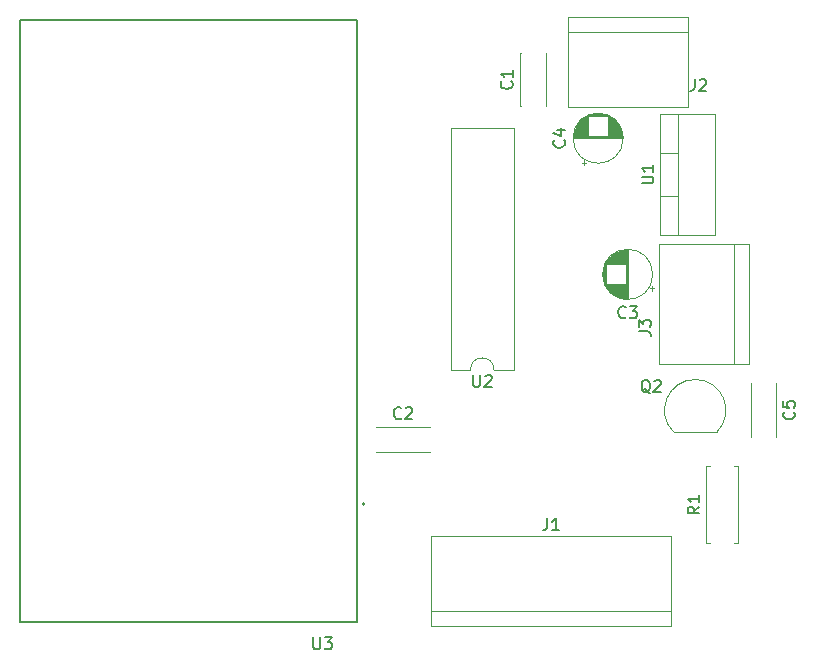
<source format=gbr>
%TF.GenerationSoftware,KiCad,Pcbnew,8.0.4*%
%TF.CreationDate,2024-09-08T20:37:16-05:00*%
%TF.ProjectId,rtt_version_final,7274745f-7665-4727-9369-6f6e5f66696e,rev?*%
%TF.SameCoordinates,Original*%
%TF.FileFunction,Legend,Top*%
%TF.FilePolarity,Positive*%
%FSLAX46Y46*%
G04 Gerber Fmt 4.6, Leading zero omitted, Abs format (unit mm)*
G04 Created by KiCad (PCBNEW 8.0.4) date 2024-09-08 20:37:16*
%MOMM*%
%LPD*%
G01*
G04 APERTURE LIST*
%ADD10C,0.150000*%
%ADD11C,0.120000*%
%ADD12C,0.127000*%
%ADD13C,0.200000*%
G04 APERTURE END LIST*
D10*
X155454819Y-76833333D02*
X156169104Y-76833333D01*
X156169104Y-76833333D02*
X156311961Y-76880952D01*
X156311961Y-76880952D02*
X156407200Y-76976190D01*
X156407200Y-76976190D02*
X156454819Y-77119047D01*
X156454819Y-77119047D02*
X156454819Y-77214285D01*
X155454819Y-76452380D02*
X155454819Y-75833333D01*
X155454819Y-75833333D02*
X155835771Y-76166666D01*
X155835771Y-76166666D02*
X155835771Y-76023809D01*
X155835771Y-76023809D02*
X155883390Y-75928571D01*
X155883390Y-75928571D02*
X155931009Y-75880952D01*
X155931009Y-75880952D02*
X156026247Y-75833333D01*
X156026247Y-75833333D02*
X156264342Y-75833333D01*
X156264342Y-75833333D02*
X156359580Y-75880952D01*
X156359580Y-75880952D02*
X156407200Y-75928571D01*
X156407200Y-75928571D02*
X156454819Y-76023809D01*
X156454819Y-76023809D02*
X156454819Y-76309523D01*
X156454819Y-76309523D02*
X156407200Y-76404761D01*
X156407200Y-76404761D02*
X156359580Y-76452380D01*
X149109580Y-60639266D02*
X149157200Y-60686885D01*
X149157200Y-60686885D02*
X149204819Y-60829742D01*
X149204819Y-60829742D02*
X149204819Y-60924980D01*
X149204819Y-60924980D02*
X149157200Y-61067837D01*
X149157200Y-61067837D02*
X149061961Y-61163075D01*
X149061961Y-61163075D02*
X148966723Y-61210694D01*
X148966723Y-61210694D02*
X148776247Y-61258313D01*
X148776247Y-61258313D02*
X148633390Y-61258313D01*
X148633390Y-61258313D02*
X148442914Y-61210694D01*
X148442914Y-61210694D02*
X148347676Y-61163075D01*
X148347676Y-61163075D02*
X148252438Y-61067837D01*
X148252438Y-61067837D02*
X148204819Y-60924980D01*
X148204819Y-60924980D02*
X148204819Y-60829742D01*
X148204819Y-60829742D02*
X148252438Y-60686885D01*
X148252438Y-60686885D02*
X148300057Y-60639266D01*
X148538152Y-59782123D02*
X149204819Y-59782123D01*
X148157200Y-60020218D02*
X148871485Y-60258313D01*
X148871485Y-60258313D02*
X148871485Y-59639266D01*
X147686666Y-92654819D02*
X147686666Y-93369104D01*
X147686666Y-93369104D02*
X147639047Y-93511961D01*
X147639047Y-93511961D02*
X147543809Y-93607200D01*
X147543809Y-93607200D02*
X147400952Y-93654819D01*
X147400952Y-93654819D02*
X147305714Y-93654819D01*
X148686666Y-93654819D02*
X148115238Y-93654819D01*
X148400952Y-93654819D02*
X148400952Y-92654819D01*
X148400952Y-92654819D02*
X148305714Y-92797676D01*
X148305714Y-92797676D02*
X148210476Y-92892914D01*
X148210476Y-92892914D02*
X148115238Y-92940533D01*
X154333333Y-75609580D02*
X154285714Y-75657200D01*
X154285714Y-75657200D02*
X154142857Y-75704819D01*
X154142857Y-75704819D02*
X154047619Y-75704819D01*
X154047619Y-75704819D02*
X153904762Y-75657200D01*
X153904762Y-75657200D02*
X153809524Y-75561961D01*
X153809524Y-75561961D02*
X153761905Y-75466723D01*
X153761905Y-75466723D02*
X153714286Y-75276247D01*
X153714286Y-75276247D02*
X153714286Y-75133390D01*
X153714286Y-75133390D02*
X153761905Y-74942914D01*
X153761905Y-74942914D02*
X153809524Y-74847676D01*
X153809524Y-74847676D02*
X153904762Y-74752438D01*
X153904762Y-74752438D02*
X154047619Y-74704819D01*
X154047619Y-74704819D02*
X154142857Y-74704819D01*
X154142857Y-74704819D02*
X154285714Y-74752438D01*
X154285714Y-74752438D02*
X154333333Y-74800057D01*
X154666667Y-74704819D02*
X155285714Y-74704819D01*
X155285714Y-74704819D02*
X154952381Y-75085771D01*
X154952381Y-75085771D02*
X155095238Y-75085771D01*
X155095238Y-75085771D02*
X155190476Y-75133390D01*
X155190476Y-75133390D02*
X155238095Y-75181009D01*
X155238095Y-75181009D02*
X155285714Y-75276247D01*
X155285714Y-75276247D02*
X155285714Y-75514342D01*
X155285714Y-75514342D02*
X155238095Y-75609580D01*
X155238095Y-75609580D02*
X155190476Y-75657200D01*
X155190476Y-75657200D02*
X155095238Y-75704819D01*
X155095238Y-75704819D02*
X154809524Y-75704819D01*
X154809524Y-75704819D02*
X154714286Y-75657200D01*
X154714286Y-75657200D02*
X154666667Y-75609580D01*
X135333333Y-84159580D02*
X135285714Y-84207200D01*
X135285714Y-84207200D02*
X135142857Y-84254819D01*
X135142857Y-84254819D02*
X135047619Y-84254819D01*
X135047619Y-84254819D02*
X134904762Y-84207200D01*
X134904762Y-84207200D02*
X134809524Y-84111961D01*
X134809524Y-84111961D02*
X134761905Y-84016723D01*
X134761905Y-84016723D02*
X134714286Y-83826247D01*
X134714286Y-83826247D02*
X134714286Y-83683390D01*
X134714286Y-83683390D02*
X134761905Y-83492914D01*
X134761905Y-83492914D02*
X134809524Y-83397676D01*
X134809524Y-83397676D02*
X134904762Y-83302438D01*
X134904762Y-83302438D02*
X135047619Y-83254819D01*
X135047619Y-83254819D02*
X135142857Y-83254819D01*
X135142857Y-83254819D02*
X135285714Y-83302438D01*
X135285714Y-83302438D02*
X135333333Y-83350057D01*
X135714286Y-83350057D02*
X135761905Y-83302438D01*
X135761905Y-83302438D02*
X135857143Y-83254819D01*
X135857143Y-83254819D02*
X136095238Y-83254819D01*
X136095238Y-83254819D02*
X136190476Y-83302438D01*
X136190476Y-83302438D02*
X136238095Y-83350057D01*
X136238095Y-83350057D02*
X136285714Y-83445295D01*
X136285714Y-83445295D02*
X136285714Y-83540533D01*
X136285714Y-83540533D02*
X136238095Y-83683390D01*
X136238095Y-83683390D02*
X135666667Y-84254819D01*
X135666667Y-84254819D02*
X136285714Y-84254819D01*
X144659580Y-55666666D02*
X144707200Y-55714285D01*
X144707200Y-55714285D02*
X144754819Y-55857142D01*
X144754819Y-55857142D02*
X144754819Y-55952380D01*
X144754819Y-55952380D02*
X144707200Y-56095237D01*
X144707200Y-56095237D02*
X144611961Y-56190475D01*
X144611961Y-56190475D02*
X144516723Y-56238094D01*
X144516723Y-56238094D02*
X144326247Y-56285713D01*
X144326247Y-56285713D02*
X144183390Y-56285713D01*
X144183390Y-56285713D02*
X143992914Y-56238094D01*
X143992914Y-56238094D02*
X143897676Y-56190475D01*
X143897676Y-56190475D02*
X143802438Y-56095237D01*
X143802438Y-56095237D02*
X143754819Y-55952380D01*
X143754819Y-55952380D02*
X143754819Y-55857142D01*
X143754819Y-55857142D02*
X143802438Y-55714285D01*
X143802438Y-55714285D02*
X143850057Y-55666666D01*
X144754819Y-54714285D02*
X144754819Y-55285713D01*
X144754819Y-54999999D02*
X143754819Y-54999999D01*
X143754819Y-54999999D02*
X143897676Y-55095237D01*
X143897676Y-55095237D02*
X143992914Y-55190475D01*
X143992914Y-55190475D02*
X144040533Y-55285713D01*
X155684819Y-64301904D02*
X156494342Y-64301904D01*
X156494342Y-64301904D02*
X156589580Y-64254285D01*
X156589580Y-64254285D02*
X156637200Y-64206666D01*
X156637200Y-64206666D02*
X156684819Y-64111428D01*
X156684819Y-64111428D02*
X156684819Y-63920952D01*
X156684819Y-63920952D02*
X156637200Y-63825714D01*
X156637200Y-63825714D02*
X156589580Y-63778095D01*
X156589580Y-63778095D02*
X156494342Y-63730476D01*
X156494342Y-63730476D02*
X155684819Y-63730476D01*
X156684819Y-62730476D02*
X156684819Y-63301904D01*
X156684819Y-63016190D02*
X155684819Y-63016190D01*
X155684819Y-63016190D02*
X155827676Y-63111428D01*
X155827676Y-63111428D02*
X155922914Y-63206666D01*
X155922914Y-63206666D02*
X155970533Y-63301904D01*
X141428095Y-80524819D02*
X141428095Y-81334342D01*
X141428095Y-81334342D02*
X141475714Y-81429580D01*
X141475714Y-81429580D02*
X141523333Y-81477200D01*
X141523333Y-81477200D02*
X141618571Y-81524819D01*
X141618571Y-81524819D02*
X141809047Y-81524819D01*
X141809047Y-81524819D02*
X141904285Y-81477200D01*
X141904285Y-81477200D02*
X141951904Y-81429580D01*
X141951904Y-81429580D02*
X141999523Y-81334342D01*
X141999523Y-81334342D02*
X141999523Y-80524819D01*
X142428095Y-80620057D02*
X142475714Y-80572438D01*
X142475714Y-80572438D02*
X142570952Y-80524819D01*
X142570952Y-80524819D02*
X142809047Y-80524819D01*
X142809047Y-80524819D02*
X142904285Y-80572438D01*
X142904285Y-80572438D02*
X142951904Y-80620057D01*
X142951904Y-80620057D02*
X142999523Y-80715295D01*
X142999523Y-80715295D02*
X142999523Y-80810533D01*
X142999523Y-80810533D02*
X142951904Y-80953390D01*
X142951904Y-80953390D02*
X142380476Y-81524819D01*
X142380476Y-81524819D02*
X142999523Y-81524819D01*
X156404761Y-82050057D02*
X156309523Y-82002438D01*
X156309523Y-82002438D02*
X156214285Y-81907200D01*
X156214285Y-81907200D02*
X156071428Y-81764342D01*
X156071428Y-81764342D02*
X155976190Y-81716723D01*
X155976190Y-81716723D02*
X155880952Y-81716723D01*
X155928571Y-81954819D02*
X155833333Y-81907200D01*
X155833333Y-81907200D02*
X155738095Y-81811961D01*
X155738095Y-81811961D02*
X155690476Y-81621485D01*
X155690476Y-81621485D02*
X155690476Y-81288152D01*
X155690476Y-81288152D02*
X155738095Y-81097676D01*
X155738095Y-81097676D02*
X155833333Y-81002438D01*
X155833333Y-81002438D02*
X155928571Y-80954819D01*
X155928571Y-80954819D02*
X156119047Y-80954819D01*
X156119047Y-80954819D02*
X156214285Y-81002438D01*
X156214285Y-81002438D02*
X156309523Y-81097676D01*
X156309523Y-81097676D02*
X156357142Y-81288152D01*
X156357142Y-81288152D02*
X156357142Y-81621485D01*
X156357142Y-81621485D02*
X156309523Y-81811961D01*
X156309523Y-81811961D02*
X156214285Y-81907200D01*
X156214285Y-81907200D02*
X156119047Y-81954819D01*
X156119047Y-81954819D02*
X155928571Y-81954819D01*
X156738095Y-81050057D02*
X156785714Y-81002438D01*
X156785714Y-81002438D02*
X156880952Y-80954819D01*
X156880952Y-80954819D02*
X157119047Y-80954819D01*
X157119047Y-80954819D02*
X157214285Y-81002438D01*
X157214285Y-81002438D02*
X157261904Y-81050057D01*
X157261904Y-81050057D02*
X157309523Y-81145295D01*
X157309523Y-81145295D02*
X157309523Y-81240533D01*
X157309523Y-81240533D02*
X157261904Y-81383390D01*
X157261904Y-81383390D02*
X156690476Y-81954819D01*
X156690476Y-81954819D02*
X157309523Y-81954819D01*
X127893095Y-102739819D02*
X127893095Y-103549342D01*
X127893095Y-103549342D02*
X127940714Y-103644580D01*
X127940714Y-103644580D02*
X127988333Y-103692200D01*
X127988333Y-103692200D02*
X128083571Y-103739819D01*
X128083571Y-103739819D02*
X128274047Y-103739819D01*
X128274047Y-103739819D02*
X128369285Y-103692200D01*
X128369285Y-103692200D02*
X128416904Y-103644580D01*
X128416904Y-103644580D02*
X128464523Y-103549342D01*
X128464523Y-103549342D02*
X128464523Y-102739819D01*
X128845476Y-102739819D02*
X129464523Y-102739819D01*
X129464523Y-102739819D02*
X129131190Y-103120771D01*
X129131190Y-103120771D02*
X129274047Y-103120771D01*
X129274047Y-103120771D02*
X129369285Y-103168390D01*
X129369285Y-103168390D02*
X129416904Y-103216009D01*
X129416904Y-103216009D02*
X129464523Y-103311247D01*
X129464523Y-103311247D02*
X129464523Y-103549342D01*
X129464523Y-103549342D02*
X129416904Y-103644580D01*
X129416904Y-103644580D02*
X129369285Y-103692200D01*
X129369285Y-103692200D02*
X129274047Y-103739819D01*
X129274047Y-103739819D02*
X128988333Y-103739819D01*
X128988333Y-103739819D02*
X128893095Y-103692200D01*
X128893095Y-103692200D02*
X128845476Y-103644580D01*
X168559580Y-83666666D02*
X168607200Y-83714285D01*
X168607200Y-83714285D02*
X168654819Y-83857142D01*
X168654819Y-83857142D02*
X168654819Y-83952380D01*
X168654819Y-83952380D02*
X168607200Y-84095237D01*
X168607200Y-84095237D02*
X168511961Y-84190475D01*
X168511961Y-84190475D02*
X168416723Y-84238094D01*
X168416723Y-84238094D02*
X168226247Y-84285713D01*
X168226247Y-84285713D02*
X168083390Y-84285713D01*
X168083390Y-84285713D02*
X167892914Y-84238094D01*
X167892914Y-84238094D02*
X167797676Y-84190475D01*
X167797676Y-84190475D02*
X167702438Y-84095237D01*
X167702438Y-84095237D02*
X167654819Y-83952380D01*
X167654819Y-83952380D02*
X167654819Y-83857142D01*
X167654819Y-83857142D02*
X167702438Y-83714285D01*
X167702438Y-83714285D02*
X167750057Y-83666666D01*
X167654819Y-82761904D02*
X167654819Y-83238094D01*
X167654819Y-83238094D02*
X168131009Y-83285713D01*
X168131009Y-83285713D02*
X168083390Y-83238094D01*
X168083390Y-83238094D02*
X168035771Y-83142856D01*
X168035771Y-83142856D02*
X168035771Y-82904761D01*
X168035771Y-82904761D02*
X168083390Y-82809523D01*
X168083390Y-82809523D02*
X168131009Y-82761904D01*
X168131009Y-82761904D02*
X168226247Y-82714285D01*
X168226247Y-82714285D02*
X168464342Y-82714285D01*
X168464342Y-82714285D02*
X168559580Y-82761904D01*
X168559580Y-82761904D02*
X168607200Y-82809523D01*
X168607200Y-82809523D02*
X168654819Y-82904761D01*
X168654819Y-82904761D02*
X168654819Y-83142856D01*
X168654819Y-83142856D02*
X168607200Y-83238094D01*
X168607200Y-83238094D02*
X168559580Y-83285713D01*
X160166666Y-55454819D02*
X160166666Y-56169104D01*
X160166666Y-56169104D02*
X160119047Y-56311961D01*
X160119047Y-56311961D02*
X160023809Y-56407200D01*
X160023809Y-56407200D02*
X159880952Y-56454819D01*
X159880952Y-56454819D02*
X159785714Y-56454819D01*
X160595238Y-55550057D02*
X160642857Y-55502438D01*
X160642857Y-55502438D02*
X160738095Y-55454819D01*
X160738095Y-55454819D02*
X160976190Y-55454819D01*
X160976190Y-55454819D02*
X161071428Y-55502438D01*
X161071428Y-55502438D02*
X161119047Y-55550057D01*
X161119047Y-55550057D02*
X161166666Y-55645295D01*
X161166666Y-55645295D02*
X161166666Y-55740533D01*
X161166666Y-55740533D02*
X161119047Y-55883390D01*
X161119047Y-55883390D02*
X160547619Y-56454819D01*
X160547619Y-56454819D02*
X161166666Y-56454819D01*
X160584819Y-91666666D02*
X160108628Y-91999999D01*
X160584819Y-92238094D02*
X159584819Y-92238094D01*
X159584819Y-92238094D02*
X159584819Y-91857142D01*
X159584819Y-91857142D02*
X159632438Y-91761904D01*
X159632438Y-91761904D02*
X159680057Y-91714285D01*
X159680057Y-91714285D02*
X159775295Y-91666666D01*
X159775295Y-91666666D02*
X159918152Y-91666666D01*
X159918152Y-91666666D02*
X160013390Y-91714285D01*
X160013390Y-91714285D02*
X160061009Y-91761904D01*
X160061009Y-91761904D02*
X160108628Y-91857142D01*
X160108628Y-91857142D02*
X160108628Y-92238094D01*
X160584819Y-90714285D02*
X160584819Y-91285713D01*
X160584819Y-90999999D02*
X159584819Y-90999999D01*
X159584819Y-90999999D02*
X159727676Y-91095237D01*
X159727676Y-91095237D02*
X159822914Y-91190475D01*
X159822914Y-91190475D02*
X159870533Y-91285713D01*
D11*
%TO.C,J3*%
X157190000Y-69420000D02*
X157190000Y-79580000D01*
X157190000Y-79580000D02*
X164810000Y-79580000D01*
X163540000Y-69420000D02*
X163540000Y-79580000D01*
X164810000Y-69420000D02*
X157190000Y-69420000D01*
X164810000Y-79580000D02*
X164810000Y-69420000D01*
%TO.C,C4*%
X149920000Y-60432600D02*
X154080000Y-60432600D01*
X149920000Y-60472600D02*
X154080000Y-60472600D01*
X149921000Y-60392600D02*
X154079000Y-60392600D01*
X149923000Y-60352600D02*
X154077000Y-60352600D01*
X149926000Y-60312600D02*
X154074000Y-60312600D01*
X149929000Y-60272600D02*
X151160000Y-60272600D01*
X149933000Y-60232600D02*
X151160000Y-60232600D01*
X149938000Y-60192600D02*
X151160000Y-60192600D01*
X149944000Y-60152600D02*
X151160000Y-60152600D01*
X149950000Y-60112600D02*
X151160000Y-60112600D01*
X149958000Y-60072600D02*
X151160000Y-60072600D01*
X149966000Y-60032600D02*
X151160000Y-60032600D01*
X149975000Y-59992600D02*
X151160000Y-59992600D01*
X149984000Y-59952600D02*
X151160000Y-59952600D01*
X149995000Y-59912600D02*
X151160000Y-59912600D01*
X150006000Y-59872600D02*
X151160000Y-59872600D01*
X150018000Y-59832600D02*
X151160000Y-59832600D01*
X150032000Y-59792600D02*
X151160000Y-59792600D01*
X150046000Y-59751600D02*
X151160000Y-59751600D01*
X150060000Y-59711600D02*
X151160000Y-59711600D01*
X150076000Y-59671600D02*
X151160000Y-59671600D01*
X150093000Y-59631600D02*
X151160000Y-59631600D01*
X150111000Y-59591600D02*
X151160000Y-59591600D01*
X150130000Y-59551600D02*
X151160000Y-59551600D01*
X150149000Y-59511600D02*
X151160000Y-59511600D01*
X150170000Y-59471600D02*
X151160000Y-59471600D01*
X150192000Y-59431600D02*
X151160000Y-59431600D01*
X150215000Y-59391600D02*
X151160000Y-59391600D01*
X150240000Y-59351600D02*
X151160000Y-59351600D01*
X150265000Y-59311600D02*
X151160000Y-59311600D01*
X150292000Y-59271600D02*
X151160000Y-59271600D01*
X150320000Y-59231600D02*
X151160000Y-59231600D01*
X150350000Y-59191600D02*
X151160000Y-59191600D01*
X150381000Y-59151600D02*
X151160000Y-59151600D01*
X150413000Y-59111600D02*
X151160000Y-59111600D01*
X150448000Y-59071600D02*
X151160000Y-59071600D01*
X150484000Y-59031600D02*
X151160000Y-59031600D01*
X150522000Y-58991600D02*
X151160000Y-58991600D01*
X150562000Y-58951600D02*
X151160000Y-58951600D01*
X150604000Y-58911600D02*
X151160000Y-58911600D01*
X150605000Y-62542401D02*
X151005000Y-62542401D01*
X150649000Y-58871600D02*
X151160000Y-58871600D01*
X150696000Y-58831600D02*
X151160000Y-58831600D01*
X150746000Y-58791600D02*
X151160000Y-58791600D01*
X150800000Y-58751600D02*
X151160000Y-58751600D01*
X150805000Y-62742401D02*
X150805000Y-62342401D01*
X150858000Y-58711600D02*
X151160000Y-58711600D01*
X150920000Y-58671600D02*
X151160000Y-58671600D01*
X150987000Y-58631600D02*
X153013000Y-58631600D01*
X151060000Y-58591600D02*
X152940000Y-58591600D01*
X151141000Y-58551600D02*
X152859000Y-58551600D01*
X151232000Y-58511600D02*
X152768000Y-58511600D01*
X151336000Y-58471600D02*
X152664000Y-58471600D01*
X151463000Y-58431600D02*
X152537000Y-58431600D01*
X151630000Y-58391600D02*
X152370000Y-58391600D01*
X152840000Y-58671600D02*
X153080000Y-58671600D01*
X152840000Y-58711600D02*
X153142000Y-58711600D01*
X152840000Y-58751600D02*
X153200000Y-58751600D01*
X152840000Y-58791600D02*
X153254000Y-58791600D01*
X152840000Y-58831600D02*
X153304000Y-58831600D01*
X152840000Y-58871600D02*
X153351000Y-58871600D01*
X152840000Y-58911600D02*
X153396000Y-58911600D01*
X152840000Y-58951600D02*
X153438000Y-58951600D01*
X152840000Y-58991600D02*
X153478000Y-58991600D01*
X152840000Y-59031600D02*
X153516000Y-59031600D01*
X152840000Y-59071600D02*
X153552000Y-59071600D01*
X152840000Y-59111600D02*
X153587000Y-59111600D01*
X152840000Y-59151600D02*
X153619000Y-59151600D01*
X152840000Y-59191600D02*
X153650000Y-59191600D01*
X152840000Y-59231600D02*
X153680000Y-59231600D01*
X152840000Y-59271600D02*
X153708000Y-59271600D01*
X152840000Y-59311600D02*
X153735000Y-59311600D01*
X152840000Y-59351600D02*
X153760000Y-59351600D01*
X152840000Y-59391600D02*
X153785000Y-59391600D01*
X152840000Y-59431600D02*
X153808000Y-59431600D01*
X152840000Y-59471600D02*
X153830000Y-59471600D01*
X152840000Y-59511600D02*
X153851000Y-59511600D01*
X152840000Y-59551600D02*
X153870000Y-59551600D01*
X152840000Y-59591600D02*
X153889000Y-59591600D01*
X152840000Y-59631600D02*
X153907000Y-59631600D01*
X152840000Y-59671600D02*
X153924000Y-59671600D01*
X152840000Y-59711600D02*
X153940000Y-59711600D01*
X152840000Y-59751600D02*
X153954000Y-59751600D01*
X152840000Y-59792600D02*
X153968000Y-59792600D01*
X152840000Y-59832600D02*
X153982000Y-59832600D01*
X152840000Y-59872600D02*
X153994000Y-59872600D01*
X152840000Y-59912600D02*
X154005000Y-59912600D01*
X152840000Y-59952600D02*
X154016000Y-59952600D01*
X152840000Y-59992600D02*
X154025000Y-59992600D01*
X152840000Y-60032600D02*
X154034000Y-60032600D01*
X152840000Y-60072600D02*
X154042000Y-60072600D01*
X152840000Y-60112600D02*
X154050000Y-60112600D01*
X152840000Y-60152600D02*
X154056000Y-60152600D01*
X152840000Y-60192600D02*
X154062000Y-60192600D01*
X152840000Y-60232600D02*
X154067000Y-60232600D01*
X152840000Y-60272600D02*
X154071000Y-60272600D01*
X154120000Y-60472600D02*
G75*
G02*
X149880000Y-60472600I-2120000J0D01*
G01*
X149880000Y-60472600D02*
G75*
G02*
X154120000Y-60472600I2120000J0D01*
G01*
%TO.C,J1*%
X137880000Y-94190000D02*
X137880000Y-101810000D01*
X137880000Y-94190000D02*
X158200000Y-94190000D01*
X137880000Y-101810000D02*
X158200000Y-101810000D01*
X158200000Y-100540000D02*
X137880000Y-100540000D01*
X158200000Y-101810000D02*
X158200000Y-94190000D01*
%TO.C,C3*%
X152419000Y-72370000D02*
X152419000Y-71630000D01*
X152459000Y-72537000D02*
X152459000Y-71463000D01*
X152499000Y-72664000D02*
X152499000Y-71336000D01*
X152539000Y-72768000D02*
X152539000Y-71232000D01*
X152579000Y-72859000D02*
X152579000Y-71141000D01*
X152619000Y-72940000D02*
X152619000Y-71060000D01*
X152659000Y-73013000D02*
X152659000Y-70987000D01*
X152699000Y-71160000D02*
X152699000Y-70920000D01*
X152699000Y-73080000D02*
X152699000Y-72840000D01*
X152739000Y-71160000D02*
X152739000Y-70858000D01*
X152739000Y-73142000D02*
X152739000Y-72840000D01*
X152779000Y-71160000D02*
X152779000Y-70800000D01*
X152779000Y-73200000D02*
X152779000Y-72840000D01*
X152819000Y-71160000D02*
X152819000Y-70746000D01*
X152819000Y-73254000D02*
X152819000Y-72840000D01*
X152859000Y-71160000D02*
X152859000Y-70696000D01*
X152859000Y-73304000D02*
X152859000Y-72840000D01*
X152899000Y-71160000D02*
X152899000Y-70649000D01*
X152899000Y-73351000D02*
X152899000Y-72840000D01*
X152939000Y-71160000D02*
X152939000Y-70604000D01*
X152939000Y-73396000D02*
X152939000Y-72840000D01*
X152979000Y-71160000D02*
X152979000Y-70562000D01*
X152979000Y-73438000D02*
X152979000Y-72840000D01*
X153019000Y-71160000D02*
X153019000Y-70522000D01*
X153019000Y-73478000D02*
X153019000Y-72840000D01*
X153059000Y-71160000D02*
X153059000Y-70484000D01*
X153059000Y-73516000D02*
X153059000Y-72840000D01*
X153099000Y-71160000D02*
X153099000Y-70448000D01*
X153099000Y-73552000D02*
X153099000Y-72840000D01*
X153139000Y-71160000D02*
X153139000Y-70413000D01*
X153139000Y-73587000D02*
X153139000Y-72840000D01*
X153179000Y-71160000D02*
X153179000Y-70381000D01*
X153179000Y-73619000D02*
X153179000Y-72840000D01*
X153219000Y-71160000D02*
X153219000Y-70350000D01*
X153219000Y-73650000D02*
X153219000Y-72840000D01*
X153259000Y-71160000D02*
X153259000Y-70320000D01*
X153259000Y-73680000D02*
X153259000Y-72840000D01*
X153299000Y-71160000D02*
X153299000Y-70292000D01*
X153299000Y-73708000D02*
X153299000Y-72840000D01*
X153339000Y-71160000D02*
X153339000Y-70265000D01*
X153339000Y-73735000D02*
X153339000Y-72840000D01*
X153379000Y-71160000D02*
X153379000Y-70240000D01*
X153379000Y-73760000D02*
X153379000Y-72840000D01*
X153419000Y-71160000D02*
X153419000Y-70215000D01*
X153419000Y-73785000D02*
X153419000Y-72840000D01*
X153459000Y-71160000D02*
X153459000Y-70192000D01*
X153459000Y-73808000D02*
X153459000Y-72840000D01*
X153499000Y-71160000D02*
X153499000Y-70170000D01*
X153499000Y-73830000D02*
X153499000Y-72840000D01*
X153539000Y-71160000D02*
X153539000Y-70149000D01*
X153539000Y-73851000D02*
X153539000Y-72840000D01*
X153579000Y-71160000D02*
X153579000Y-70130000D01*
X153579000Y-73870000D02*
X153579000Y-72840000D01*
X153619000Y-71160000D02*
X153619000Y-70111000D01*
X153619000Y-73889000D02*
X153619000Y-72840000D01*
X153659000Y-71160000D02*
X153659000Y-70093000D01*
X153659000Y-73907000D02*
X153659000Y-72840000D01*
X153699000Y-71160000D02*
X153699000Y-70076000D01*
X153699000Y-73924000D02*
X153699000Y-72840000D01*
X153739000Y-71160000D02*
X153739000Y-70060000D01*
X153739000Y-73940000D02*
X153739000Y-72840000D01*
X153779000Y-71160000D02*
X153779000Y-70046000D01*
X153779000Y-73954000D02*
X153779000Y-72840000D01*
X153820000Y-71160000D02*
X153820000Y-70032000D01*
X153820000Y-73968000D02*
X153820000Y-72840000D01*
X153860000Y-71160000D02*
X153860000Y-70018000D01*
X153860000Y-73982000D02*
X153860000Y-72840000D01*
X153900000Y-71160000D02*
X153900000Y-70006000D01*
X153900000Y-73994000D02*
X153900000Y-72840000D01*
X153940000Y-71160000D02*
X153940000Y-69995000D01*
X153940000Y-74005000D02*
X153940000Y-72840000D01*
X153980000Y-71160000D02*
X153980000Y-69984000D01*
X153980000Y-74016000D02*
X153980000Y-72840000D01*
X154020000Y-71160000D02*
X154020000Y-69975000D01*
X154020000Y-74025000D02*
X154020000Y-72840000D01*
X154060000Y-71160000D02*
X154060000Y-69966000D01*
X154060000Y-74034000D02*
X154060000Y-72840000D01*
X154100000Y-71160000D02*
X154100000Y-69958000D01*
X154100000Y-74042000D02*
X154100000Y-72840000D01*
X154140000Y-71160000D02*
X154140000Y-69950000D01*
X154140000Y-74050000D02*
X154140000Y-72840000D01*
X154180000Y-71160000D02*
X154180000Y-69944000D01*
X154180000Y-74056000D02*
X154180000Y-72840000D01*
X154220000Y-71160000D02*
X154220000Y-69938000D01*
X154220000Y-74062000D02*
X154220000Y-72840000D01*
X154260000Y-71160000D02*
X154260000Y-69933000D01*
X154260000Y-74067000D02*
X154260000Y-72840000D01*
X154300000Y-71160000D02*
X154300000Y-69929000D01*
X154300000Y-74071000D02*
X154300000Y-72840000D01*
X154340000Y-74074000D02*
X154340000Y-69926000D01*
X154380000Y-74077000D02*
X154380000Y-69923000D01*
X154420000Y-74079000D02*
X154420000Y-69921000D01*
X154460000Y-74080000D02*
X154460000Y-69920000D01*
X154500000Y-74080000D02*
X154500000Y-69920000D01*
X156569801Y-73395000D02*
X156569801Y-72995000D01*
X156769801Y-73195000D02*
X156369801Y-73195000D01*
X156620000Y-72000000D02*
G75*
G02*
X152380000Y-72000000I-2120000J0D01*
G01*
X152380000Y-72000000D02*
G75*
G02*
X156620000Y-72000000I2120000J0D01*
G01*
%TO.C,C2*%
X133230000Y-84930000D02*
X133230000Y-84945000D01*
X133230000Y-84930000D02*
X137770000Y-84930000D01*
X133230000Y-87055000D02*
X133230000Y-87070000D01*
X133230000Y-87070000D02*
X137770000Y-87070000D01*
X137770000Y-84930000D02*
X137770000Y-84945000D01*
X137770000Y-87055000D02*
X137770000Y-87070000D01*
%TO.C,C1*%
X145430000Y-53230000D02*
X145445000Y-53230000D01*
X145430000Y-57770000D02*
X145430000Y-53230000D01*
X145430000Y-57770000D02*
X145445000Y-57770000D01*
X147555000Y-53230000D02*
X147570000Y-53230000D01*
X147555000Y-57770000D02*
X147570000Y-57770000D01*
X147570000Y-57770000D02*
X147570000Y-53230000D01*
%TO.C,U1*%
X157230000Y-58420000D02*
X161871000Y-58420000D01*
X157230000Y-61689000D02*
X158740000Y-61689000D01*
X157230000Y-65390000D02*
X158740000Y-65390000D01*
X157230000Y-68660000D02*
X157230000Y-58420000D01*
X157230000Y-68660000D02*
X161871000Y-68660000D01*
X158740000Y-68660000D02*
X158740000Y-58420000D01*
X161871000Y-68660000D02*
X161871000Y-58420000D01*
%TO.C,U2*%
X139540000Y-59630000D02*
X139540000Y-80070000D01*
X139540000Y-80070000D02*
X141190000Y-80070000D01*
X143190000Y-80070000D02*
X144840000Y-80070000D01*
X144840000Y-59630000D02*
X139540000Y-59630000D01*
X144840000Y-80070000D02*
X144840000Y-59630000D01*
X141190000Y-80070000D02*
G75*
G02*
X143190000Y-80070000I1000000J0D01*
G01*
%TO.C,Q2*%
X158430000Y-85350000D02*
X162030000Y-85350000D01*
X158391522Y-85338478D02*
G75*
G02*
X160230000Y-80899999I1838478J1838478D01*
G01*
X160230000Y-80900000D02*
G75*
G02*
X162068478Y-85338478I0J-2600000D01*
G01*
D12*
%TO.C,U3*%
X103070000Y-50450000D02*
X131580000Y-50450000D01*
X103070000Y-101400000D02*
X103070000Y-50450000D01*
X103070000Y-101400000D02*
X103070000Y-50450000D01*
X108520000Y-50450000D02*
X103070000Y-50450000D01*
X113800000Y-101400000D02*
X103070000Y-101400000D01*
X120511000Y-101400000D02*
X113800000Y-101400000D01*
X126210000Y-50450000D02*
X108520000Y-50450000D01*
X131580000Y-50450000D02*
X126210000Y-50450000D01*
X131580000Y-50450000D02*
X131580000Y-101400000D01*
X131580000Y-50450000D02*
X131580000Y-101400000D01*
X131580000Y-101400000D02*
X103070000Y-101400000D01*
X131580000Y-101400000D02*
X120511000Y-101400000D01*
D13*
X132250000Y-91440000D02*
G75*
G02*
X132050000Y-91440000I-100000J0D01*
G01*
X132050000Y-91440000D02*
G75*
G02*
X132250000Y-91440000I100000J0D01*
G01*
D11*
%TO.C,C5*%
X164930000Y-81230000D02*
X164930000Y-85770000D01*
X164945000Y-81230000D02*
X164930000Y-81230000D01*
X164945000Y-85770000D02*
X164930000Y-85770000D01*
X167070000Y-81230000D02*
X167055000Y-81230000D01*
X167070000Y-81230000D02*
X167070000Y-85770000D01*
X167070000Y-85770000D02*
X167055000Y-85770000D01*
%TO.C,J2*%
X149420000Y-50190000D02*
X149420000Y-57810000D01*
X149420000Y-51460000D02*
X159580000Y-51460000D01*
X149420000Y-57810000D02*
X159580000Y-57810000D01*
X159580000Y-50190000D02*
X149420000Y-50190000D01*
X159580000Y-57810000D02*
X159580000Y-50190000D01*
%TO.C,R1*%
X161130000Y-88230000D02*
X161460000Y-88230000D01*
X161130000Y-94770000D02*
X161130000Y-88230000D01*
X161460000Y-94770000D02*
X161130000Y-94770000D01*
X163540000Y-94770000D02*
X163870000Y-94770000D01*
X163870000Y-88230000D02*
X163540000Y-88230000D01*
X163870000Y-94770000D02*
X163870000Y-88230000D01*
%TD*%
M02*

</source>
